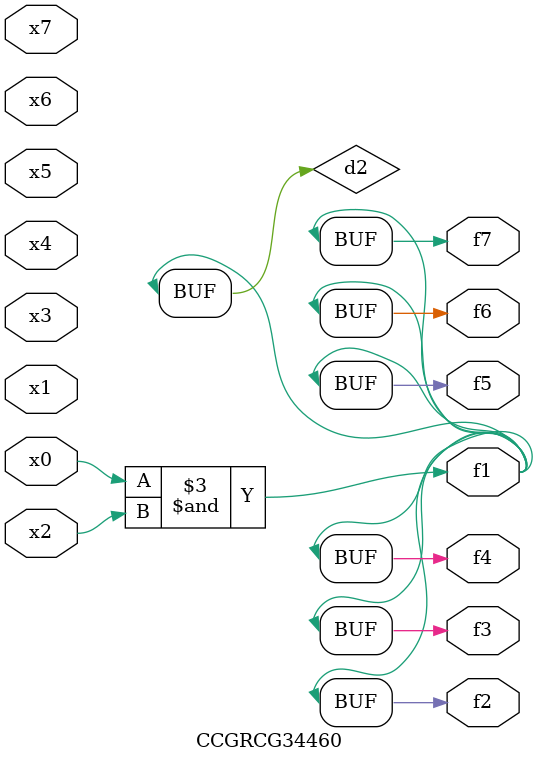
<source format=v>
module CCGRCG34460(
	input x0, x1, x2, x3, x4, x5, x6, x7,
	output f1, f2, f3, f4, f5, f6, f7
);

	wire d1, d2;

	nor (d1, x3, x6);
	and (d2, x0, x2);
	assign f1 = d2;
	assign f2 = d2;
	assign f3 = d2;
	assign f4 = d2;
	assign f5 = d2;
	assign f6 = d2;
	assign f7 = d2;
endmodule

</source>
